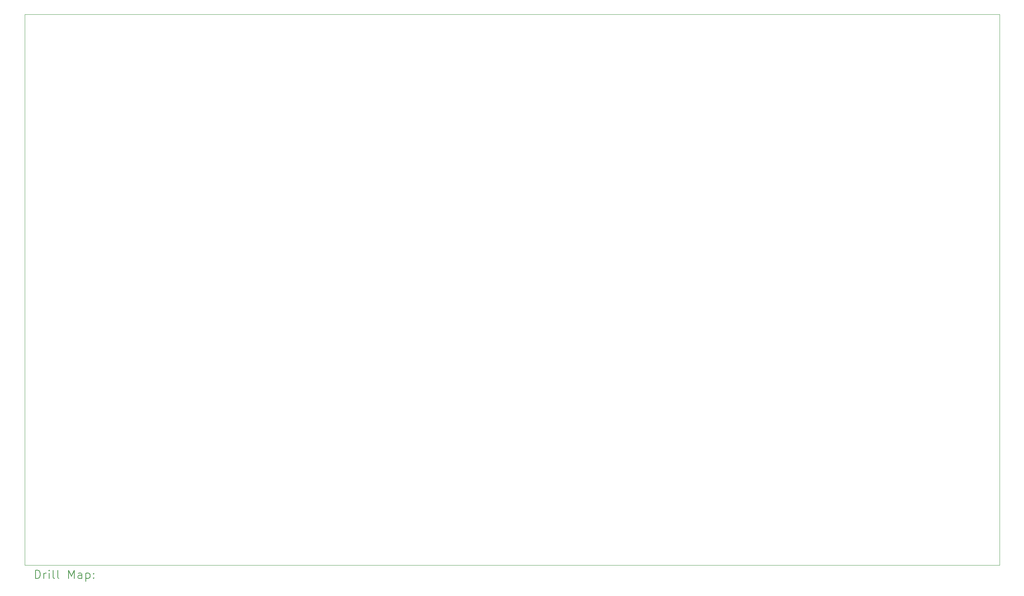
<source format=gbr>
%TF.GenerationSoftware,KiCad,Pcbnew,7.0.9-7.0.9~ubuntu20.04.1*%
%TF.CreationDate,2023-12-17T16:46:09+01:00*%
%TF.ProjectId,low_pass,6c6f775f-7061-4737-932e-6b696361645f,1.0*%
%TF.SameCoordinates,Original*%
%TF.FileFunction,Drillmap*%
%TF.FilePolarity,Positive*%
%FSLAX45Y45*%
G04 Gerber Fmt 4.5, Leading zero omitted, Abs format (unit mm)*
G04 Created by KiCad (PCBNEW 7.0.9-7.0.9~ubuntu20.04.1) date 2023-12-17 16:46:09*
%MOMM*%
%LPD*%
G01*
G04 APERTURE LIST*
%ADD10C,0.100000*%
%ADD11C,0.200000*%
G04 APERTURE END LIST*
D10*
X3500000Y-2500000D02*
X26500000Y-2500000D01*
X26500000Y-15500000D01*
X3500000Y-15500000D01*
X3500000Y-2500000D01*
D11*
X3755777Y-15816484D02*
X3755777Y-15616484D01*
X3755777Y-15616484D02*
X3803396Y-15616484D01*
X3803396Y-15616484D02*
X3831967Y-15626008D01*
X3831967Y-15626008D02*
X3851015Y-15645055D01*
X3851015Y-15645055D02*
X3860539Y-15664103D01*
X3860539Y-15664103D02*
X3870062Y-15702198D01*
X3870062Y-15702198D02*
X3870062Y-15730769D01*
X3870062Y-15730769D02*
X3860539Y-15768865D01*
X3860539Y-15768865D02*
X3851015Y-15787912D01*
X3851015Y-15787912D02*
X3831967Y-15806960D01*
X3831967Y-15806960D02*
X3803396Y-15816484D01*
X3803396Y-15816484D02*
X3755777Y-15816484D01*
X3955777Y-15816484D02*
X3955777Y-15683150D01*
X3955777Y-15721246D02*
X3965301Y-15702198D01*
X3965301Y-15702198D02*
X3974824Y-15692674D01*
X3974824Y-15692674D02*
X3993872Y-15683150D01*
X3993872Y-15683150D02*
X4012920Y-15683150D01*
X4079586Y-15816484D02*
X4079586Y-15683150D01*
X4079586Y-15616484D02*
X4070062Y-15626008D01*
X4070062Y-15626008D02*
X4079586Y-15635531D01*
X4079586Y-15635531D02*
X4089110Y-15626008D01*
X4089110Y-15626008D02*
X4079586Y-15616484D01*
X4079586Y-15616484D02*
X4079586Y-15635531D01*
X4203396Y-15816484D02*
X4184348Y-15806960D01*
X4184348Y-15806960D02*
X4174824Y-15787912D01*
X4174824Y-15787912D02*
X4174824Y-15616484D01*
X4308158Y-15816484D02*
X4289110Y-15806960D01*
X4289110Y-15806960D02*
X4279586Y-15787912D01*
X4279586Y-15787912D02*
X4279586Y-15616484D01*
X4536729Y-15816484D02*
X4536729Y-15616484D01*
X4536729Y-15616484D02*
X4603396Y-15759341D01*
X4603396Y-15759341D02*
X4670063Y-15616484D01*
X4670063Y-15616484D02*
X4670063Y-15816484D01*
X4851015Y-15816484D02*
X4851015Y-15711722D01*
X4851015Y-15711722D02*
X4841491Y-15692674D01*
X4841491Y-15692674D02*
X4822444Y-15683150D01*
X4822444Y-15683150D02*
X4784348Y-15683150D01*
X4784348Y-15683150D02*
X4765301Y-15692674D01*
X4851015Y-15806960D02*
X4831967Y-15816484D01*
X4831967Y-15816484D02*
X4784348Y-15816484D01*
X4784348Y-15816484D02*
X4765301Y-15806960D01*
X4765301Y-15806960D02*
X4755777Y-15787912D01*
X4755777Y-15787912D02*
X4755777Y-15768865D01*
X4755777Y-15768865D02*
X4765301Y-15749817D01*
X4765301Y-15749817D02*
X4784348Y-15740293D01*
X4784348Y-15740293D02*
X4831967Y-15740293D01*
X4831967Y-15740293D02*
X4851015Y-15730769D01*
X4946253Y-15683150D02*
X4946253Y-15883150D01*
X4946253Y-15692674D02*
X4965301Y-15683150D01*
X4965301Y-15683150D02*
X5003396Y-15683150D01*
X5003396Y-15683150D02*
X5022444Y-15692674D01*
X5022444Y-15692674D02*
X5031967Y-15702198D01*
X5031967Y-15702198D02*
X5041491Y-15721246D01*
X5041491Y-15721246D02*
X5041491Y-15778388D01*
X5041491Y-15778388D02*
X5031967Y-15797436D01*
X5031967Y-15797436D02*
X5022444Y-15806960D01*
X5022444Y-15806960D02*
X5003396Y-15816484D01*
X5003396Y-15816484D02*
X4965301Y-15816484D01*
X4965301Y-15816484D02*
X4946253Y-15806960D01*
X5127205Y-15797436D02*
X5136729Y-15806960D01*
X5136729Y-15806960D02*
X5127205Y-15816484D01*
X5127205Y-15816484D02*
X5117682Y-15806960D01*
X5117682Y-15806960D02*
X5127205Y-15797436D01*
X5127205Y-15797436D02*
X5127205Y-15816484D01*
X5127205Y-15692674D02*
X5136729Y-15702198D01*
X5136729Y-15702198D02*
X5127205Y-15711722D01*
X5127205Y-15711722D02*
X5117682Y-15702198D01*
X5117682Y-15702198D02*
X5127205Y-15692674D01*
X5127205Y-15692674D02*
X5127205Y-15711722D01*
M02*

</source>
